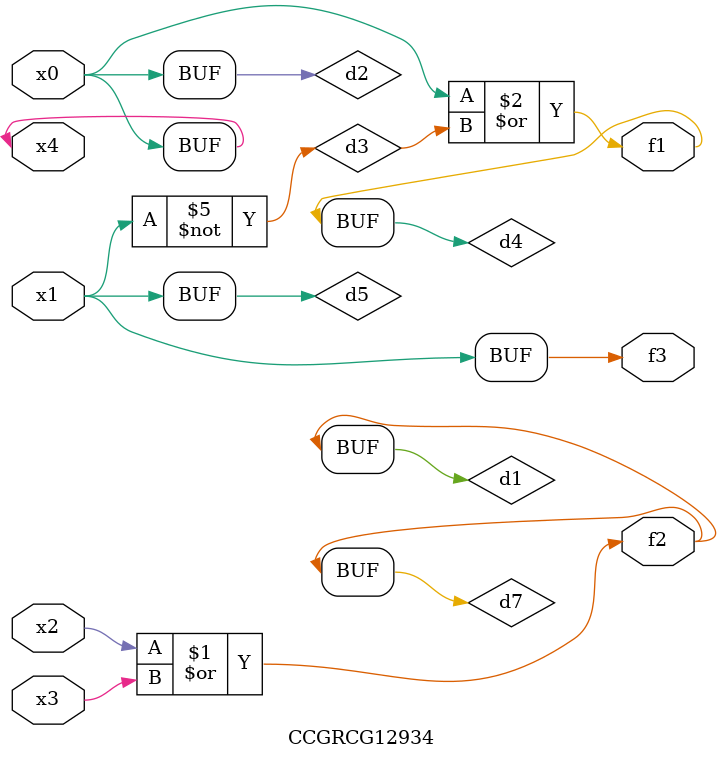
<source format=v>
module CCGRCG12934(
	input x0, x1, x2, x3, x4,
	output f1, f2, f3
);

	wire d1, d2, d3, d4, d5, d6, d7;

	or (d1, x2, x3);
	buf (d2, x0, x4);
	not (d3, x1);
	or (d4, d2, d3);
	not (d5, d3);
	nand (d6, d1, d3);
	or (d7, d1);
	assign f1 = d4;
	assign f2 = d7;
	assign f3 = d5;
endmodule

</source>
